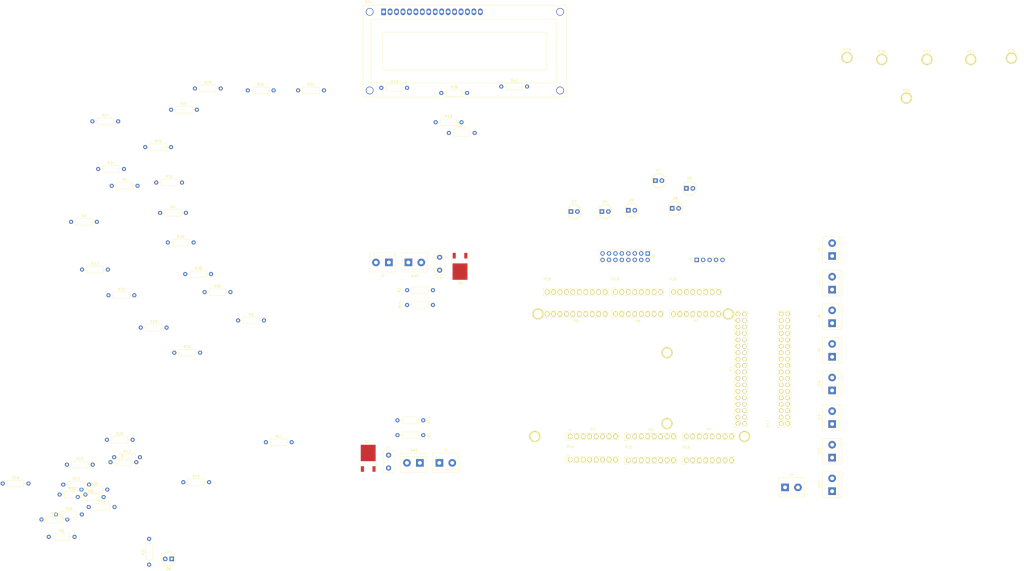
<source format=kicad_pcb>
(kicad_pcb (version 20171130) (host pcbnew 5.0.2-bee76a0~70~ubuntu18.04.1)
  (title_block (date "mar. 31 mars 2015"))
  (layers (0 F.Cu signal) (31 B.Cu signal) (34 B.Paste user) (35 F.Paste user) (36 B.SilkS user) (37 F.SilkS user) (38 B.Mask user) (39 F.Mask user) (44 Edge.Cuts user))
  (net 0 "")
  (net 1 GND)
  (net 2 "/52(SCK)")
  (net 3 "/53(SS)")
  (net 4 "/50(MISO)")
  (net 5 "/51(MOSI)")
  (net 6 /48)
  (net 7 /49)
  (net 8 /46)
  (net 9 /47)
  (net 10 /44)
  (net 11 /45)
  (net 12 /42)
  (net 13 /43)
  (net 14 /40)
  (net 15 /41)
  (net 16 /38)
  (net 17 /39)
  (net 18 /36)
  (net 19 /37)
  (net 20 /34)
  (net 21 /35)
  (net 22 /32)
  (net 23 /33)
  (net 24 /30)
  (net 25 /31)
  (net 26 /28)
  (net 27 /29)
  (net 28 /26)
  (net 29 /27)
  (net 30 /24)
  (net 31 /25)
  (net 32 /22)
  (net 33 /23)
  (net 34 +5V)
  (net 35 /IOREF)
  (net 36 /Reset)
  (net 37 /Vin)
  (net 38 /A0)
  (net 39 /A1)
  (net 40 /A2)
  (net 41 /A3)
  (net 42 /A4)
  (net 43 /A5)
  (net 44 /A6)
  (net 45 /A7)
  (net 46 /A8)
  (net 47 /A9)
  (net 48 /A10)
  (net 49 /A11)
  (net 50 /A12)
  (net 51 /A13)
  (net 52 /A14)
  (net 53 /A15)
  (net 54 /SCL)
  (net 55 /SDA)
  (net 56 /AREF)
  (net 57 "/13(**)")
  (net 58 "/12(**)")
  (net 59 "/11(**)")
  (net 60 "/10(**)")
  (net 61 "/9(**)")
  (net 62 "/8(**)")
  (net 63 "/7(**)")
  (net 64 "/6(**)")
  (net 65 "/5(**)")
  (net 66 "/4(**)")
  (net 67 "/3(**)")
  (net 68 "/2(**)")
  (net 69 "/20(SDA)")
  (net 70 "/21(SCL)")
  (net 71 "Net-(P8-Pad1)")
  (net 72 "Net-(P9-Pad1)")
  (net 73 "Net-(P10-Pad1)")
  (net 74 "Net-(P11-Pad1)")
  (net 75 "Net-(P12-Pad1)")
  (net 76 "Net-(P13-Pad1)")
  (net 77 "Net-(P2-Pad1)")
  (net 78 +3V3)
  (net 79 "/1(Tx0)")
  (net 80 "/0(Rx0)")
  (net 81 "/14(Tx3)")
  (net 82 "/15(Rx3)")
  (net 83 "/16(Tx2)")
  (net 84 "/17(Rx2)")
  (net 85 "/18(Tx1)")
  (net 86 "/19(Rx1)")
  (net 87 "Net-(D3-Pad2)")
  (net 88 "Net-(D4-Pad2)")
  (net 89 "Net-(D5-Pad2)")
  (net 90 "Net-(D6-Pad2)")
  (net 91 "Net-(D7-Pad2)")
  (net 92 "Net-(D8-Pad2)")
  (net 93 "Net-(D9-Pad2)")
  (net 94 "Net-(F1-Pad2)")
  (net 95 /VIN1)
  (net 96 /VIN2)
  (net 97 "Net-(F2-Pad2)")
  (net 98 "Net-(J1-Pad1)")
  (net 99 "Net-(J2-Pad1)")
  (net 100 /VESC1)
  (net 101 /VNUC)
  (net 102 /VESC2)
  (net 103 /VESC3)
  (net 104 /VESC4)
  (net 105 /VESC5)
  (net 106 /VESC6)
  (net 107 /VESC7)
  (net 108 /VESC8)
  (net 109 "Net-(P14-Pad1)")
  (net 110 "Net-(P21-Pad1)")
  (net 111 "Net-(P22-Pad1)")
  (net 112 "Net-(P23-Pad1)")
  (net 113 "Net-(P24-Pad1)")
  (net 114 "Net-(P25-Pad1)")
  (net 115 "Net-(P26-Pad1)")
  (net 116 /VBATT1)
  (net 117 "Net-(Q1-Pad1)")
  (net 118 "Net-(Q2-Pad1)")
  (net 119 /VBATT2)
  (net 120 "Net-(DS1-Pad3)")
  (net 121 "Net-(DS1-Pad15)")
  (net 122 "Net-(DS1-Pad10)")
  (net 123 "Net-(DS1-Pad9)")
  (net 124 "Net-(DS1-Pad8)")
  (net 125 "Net-(DS1-Pad7)")
  (module Socket_Arduino_Mega:Socket_Strip_Arduino_2x18 (layer F.Cu) (at 197.358 114.046 90)
    (fp_text reference P1 (at 21.59 -2.794 90) (layer F.SilkS))
    (fp_text value Digital)
    (pad 1 thru_hole circle (at 0 0 90) (size 1.7272 1.7272) (drill 1.016) (layers *.Cu *.Mask F.SilkS) (net 1 GND))
    (pad 2 thru_hole oval (at 0 2.54 90) (size 1.7272 1.7272) (drill 1.016) (layers *.Cu *.Mask F.SilkS) (net 1 GND))
    (pad 3 thru_hole oval (at 2.54 0 90) (size 1.7272 1.7272) (drill 1.016) (layers *.Cu *.Mask F.SilkS) (net 2 "/52(SCK)"))
    (pad 4 thru_hole oval (at 2.54 2.54 90) (size 1.7272 1.7272) (drill 1.016) (layers *.Cu *.Mask F.SilkS) (net 3 "/53(SS)"))
    (pad 5 thru_hole oval (at 5.08 0 90) (size 1.7272 1.7272) (drill 1.016) (layers *.Cu *.Mask F.SilkS) (net 4 "/50(MISO)"))
    (pad 6 thru_hole oval (at 5.08 2.54 90) (size 1.7272 1.7272) (drill 1.016) (layers *.Cu *.Mask F.SilkS) (net 5 "/51(MOSI)"))
    (pad 7 thru_hole oval (at 7.62 0 90) (size 1.7272 1.7272) (drill 1.016) (layers *.Cu *.Mask F.SilkS) (net 6 /48))
    (pad 8 thru_hole oval (at 7.62 2.54 90) (size 1.7272 1.7272) (drill 1.016) (layers *.Cu *.Mask F.SilkS) (net 7 /49))
    (pad 9 thru_hole oval (at 10.16 0 90) (size 1.7272 1.7272) (drill 1.016) (layers *.Cu *.Mask F.SilkS) (net 8 /46))
    (pad 10 thru_hole oval (at 10.16 2.54 90) (size 1.7272 1.7272) (drill 1.016) (layers *.Cu *.Mask F.SilkS) (net 9 /47))
    (pad 11 thru_hole oval (at 12.7 0 90) (size 1.7272 1.7272) (drill 1.016) (layers *.Cu *.Mask F.SilkS) (net 10 /44))
    (pad 12 thru_hole oval (at 12.7 2.54 90) (size 1.7272 1.7272) (drill 1.016) (layers *.Cu *.Mask F.SilkS) (net 11 /45))
    (pad 13 thru_hole oval (at 15.24 0 90) (size 1.7272 1.7272) (drill 1.016) (layers *.Cu *.Mask F.SilkS) (net 12 /42))
    (pad 14 thru_hole oval (at 15.24 2.54 90) (size 1.7272 1.7272) (drill 1.016) (layers *.Cu *.Mask F.SilkS) (net 13 /43))
    (pad 15 thru_hole oval (at 17.78 0 90) (size 1.7272 1.7272) (drill 1.016) (layers *.Cu *.Mask F.SilkS) (net 14 /40))
    (pad 16 thru_hole oval (at 17.78 2.54 90) (size 1.7272 1.7272) (drill 1.016) (layers *.Cu *.Mask F.SilkS) (net 15 /41))
    (pad 17 thru_hole oval (at 20.32 0 90) (size 1.7272 1.7272) (drill 1.016) (layers *.Cu *.Mask F.SilkS) (net 16 /38))
    (pad 18 thru_hole oval (at 20.32 2.54 90) (size 1.7272 1.7272) (drill 1.016) (layers *.Cu *.Mask F.SilkS) (net 17 /39))
    (pad 19 thru_hole oval (at 22.86 0 90) (size 1.7272 1.7272) (drill 1.016) (layers *.Cu *.Mask F.SilkS) (net 18 /36))
    (pad 20 thru_hole oval (at 22.86 2.54 90) (size 1.7272 1.7272) (drill 1.016) (layers *.Cu *.Mask F.SilkS) (net 19 /37))
    (pad 21 thru_hole oval (at 25.4 0 90) (size 1.7272 1.7272) (drill 1.016) (layers *.Cu *.Mask F.SilkS) (net 20 /34))
    (pad 22 thru_hole oval (at 25.4 2.54 90) (size 1.7272 1.7272) (drill 1.016) (layers *.Cu *.Mask F.SilkS) (net 21 /35))
    (pad 23 thru_hole oval (at 27.94 0 90) (size 1.7272 1.7272) (drill 1.016) (layers *.Cu *.Mask F.SilkS) (net 22 /32))
    (pad 24 thru_hole oval (at 27.94 2.54 90) (size 1.7272 1.7272) (drill 1.016) (layers *.Cu *.Mask F.SilkS) (net 23 /33))
    (pad 25 thru_hole oval (at 30.48 0 90) (size 1.7272 1.7272) (drill 1.016) (layers *.Cu *.Mask F.SilkS) (net 24 /30))
    (pad 26 thru_hole oval (at 30.48 2.54 90) (size 1.7272 1.7272) (drill 1.016) (layers *.Cu *.Mask F.SilkS) (net 25 /31))
    (pad 27 thru_hole oval (at 33.02 0 90) (size 1.7272 1.7272) (drill 1.016) (layers *.Cu *.Mask F.SilkS) (net 26 /28))
    (pad 28 thru_hole oval (at 33.02 2.54 90) (size 1.7272 1.7272) (drill 1.016) (layers *.Cu *.Mask F.SilkS) (net 27 /29))
    (pad 29 thru_hole oval (at 35.56 0 90) (size 1.7272 1.7272) (drill 1.016) (layers *.Cu *.Mask F.SilkS) (net 28 /26))
    (pad 30 thru_hole oval (at 35.56 2.54 90) (size 1.7272 1.7272) (drill 1.016) (layers *.Cu *.Mask F.SilkS) (net 29 /27))
    (pad 31 thru_hole oval (at 38.1 0 90) (size 1.7272 1.7272) (drill 1.016) (layers *.Cu *.Mask F.SilkS) (net 30 /24))
    (pad 32 thru_hole oval (at 38.1 2.54 90) (size 1.7272 1.7272) (drill 1.016) (layers *.Cu *.Mask F.SilkS) (net 31 /25))
    (pad 33 thru_hole oval (at 40.64 0 90) (size 1.7272 1.7272) (drill 1.016) (layers *.Cu *.Mask F.SilkS) (net 32 /22))
    (pad 34 thru_hole oval (at 40.64 2.54 90) (size 1.7272 1.7272) (drill 1.016) (layers *.Cu *.Mask F.SilkS) (net 33 /23))
    (pad 35 thru_hole oval (at 43.18 0 90) (size 1.7272 1.7272) (drill 1.016) (layers *.Cu *.Mask F.SilkS) (net 34 +5V))
    (pad 36 thru_hole oval (at 43.18 2.54 90) (size 1.7272 1.7272) (drill 1.016) (layers *.Cu *.Mask F.SilkS) (net 34 +5V))
  )
  (module Socket_Arduino_Mega:Socket_Strip_Arduino_1x08 (layer F.Cu) (at 131.318 119.126)
    (fp_text reference P2 (at 8.89 -2.794) (layer F.SilkS))
    (fp_text value Power)
    (pad 1 thru_hole oval (at 0 0) (size 1.7272 2.032) (drill 1.016) (layers *.Cu *.Mask F.SilkS) (net 77 "Net-(P2-Pad1)"))
    (pad 2 thru_hole oval (at 2.54 0) (size 1.7272 2.032) (drill 1.016) (layers *.Cu *.Mask F.SilkS) (net 35 /IOREF))
    (pad 3 thru_hole oval (at 5.08 0) (size 1.7272 2.032) (drill 1.016) (layers *.Cu *.Mask F.SilkS) (net 36 /Reset))
    (pad 4 thru_hole oval (at 7.62 0) (size 1.7272 2.032) (drill 1.016) (layers *.Cu *.Mask F.SilkS) (net 78 +3V3))
    (pad 5 thru_hole oval (at 10.16 0) (size 1.7272 2.032) (drill 1.016) (layers *.Cu *.Mask F.SilkS) (net 34 +5V))
    (pad 6 thru_hole oval (at 12.7 0) (size 1.7272 2.032) (drill 1.016) (layers *.Cu *.Mask F.SilkS) (net 1 GND))
    (pad 7 thru_hole oval (at 15.24 0) (size 1.7272 2.032) (drill 1.016) (layers *.Cu *.Mask F.SilkS) (net 1 GND))
    (pad 8 thru_hole oval (at 17.78 0) (size 1.7272 2.032) (drill 1.016) (layers *.Cu *.Mask F.SilkS) (net 37 /Vin))
  )
  (module Socket_Arduino_Mega:Socket_Strip_Arduino_1x08 (layer F.Cu) (at 154.178 119.126)
    (fp_text reference P3 (at 8.89 -2.54) (layer F.SilkS))
    (fp_text value Analog)
    (pad 1 thru_hole oval (at 0 0) (size 1.7272 2.032) (drill 1.016) (layers *.Cu *.Mask F.SilkS) (net 38 /A0))
    (pad 2 thru_hole oval (at 2.54 0) (size 1.7272 2.032) (drill 1.016) (layers *.Cu *.Mask F.SilkS) (net 39 /A1))
    (pad 3 thru_hole oval (at 5.08 0) (size 1.7272 2.032) (drill 1.016) (layers *.Cu *.Mask F.SilkS) (net 40 /A2))
    (pad 4 thru_hole oval (at 7.62 0) (size 1.7272 2.032) (drill 1.016) (layers *.Cu *.Mask F.SilkS) (net 41 /A3))
    (pad 5 thru_hole oval (at 10.16 0) (size 1.7272 2.032) (drill 1.016) (layers *.Cu *.Mask F.SilkS) (net 42 /A4))
    (pad 6 thru_hole oval (at 12.7 0) (size 1.7272 2.032) (drill 1.016) (layers *.Cu *.Mask F.SilkS) (net 43 /A5))
    (pad 7 thru_hole oval (at 15.24 0) (size 1.7272 2.032) (drill 1.016) (layers *.Cu *.Mask F.SilkS) (net 44 /A6))
    (pad 8 thru_hole oval (at 17.78 0) (size 1.7272 2.032) (drill 1.016) (layers *.Cu *.Mask F.SilkS) (net 45 /A7))
  )
  (module Socket_Arduino_Mega:Socket_Strip_Arduino_1x08 (layer F.Cu) (at 177.038 119.126)
    (fp_text reference P4 (at 8.89 -2.794) (layer F.SilkS))
    (fp_text value Analog)
    (pad 1 thru_hole oval (at 0 0) (size 1.7272 2.032) (drill 1.016) (layers *.Cu *.Mask F.SilkS) (net 46 /A8))
    (pad 2 thru_hole oval (at 2.54 0) (size 1.7272 2.032) (drill 1.016) (layers *.Cu *.Mask F.SilkS) (net 47 /A9))
    (pad 3 thru_hole oval (at 5.08 0) (size 1.7272 2.032) (drill 1.016) (layers *.Cu *.Mask F.SilkS) (net 48 /A10))
    (pad 4 thru_hole oval (at 7.62 0) (size 1.7272 2.032) (drill 1.016) (layers *.Cu *.Mask F.SilkS) (net 49 /A11))
    (pad 5 thru_hole oval (at 10.16 0) (size 1.7272 2.032) (drill 1.016) (layers *.Cu *.Mask F.SilkS) (net 50 /A12))
    (pad 6 thru_hole oval (at 12.7 0) (size 1.7272 2.032) (drill 1.016) (layers *.Cu *.Mask F.SilkS) (net 51 /A13))
    (pad 7 thru_hole oval (at 15.24 0) (size 1.7272 2.032) (drill 1.016) (layers *.Cu *.Mask F.SilkS) (net 52 /A14))
    (pad 8 thru_hole oval (at 17.78 0) (size 1.7272 2.032) (drill 1.016) (layers *.Cu *.Mask F.SilkS) (net 53 /A15))
  )
  (module Socket_Arduino_Mega:Socket_Strip_Arduino_1x10 (layer F.Cu) (at 122.174 70.866)
    (fp_text reference P5 (at 11.43 2.794) (layer F.SilkS))
    (fp_text value PWM)
    (pad 1 thru_hole oval (at 0 0) (size 1.7272 2.032) (drill 1.016) (layers *.Cu *.Mask F.SilkS) (net 54 /SCL))
    (pad 2 thru_hole oval (at 2.54 0) (size 1.7272 2.032) (drill 1.016) (layers *.Cu *.Mask F.SilkS) (net 55 /SDA))
    (pad 3 thru_hole oval (at 5.08 0) (size 1.7272 2.032) (drill 1.016) (layers *.Cu *.Mask F.SilkS) (net 56 /AREF))
    (pad 4 thru_hole oval (at 7.62 0) (size 1.7272 2.032) (drill 1.016) (layers *.Cu *.Mask F.SilkS) (net 1 GND))
    (pad 5 thru_hole oval (at 10.16 0) (size 1.7272 2.032) (drill 1.016) (layers *.Cu *.Mask F.SilkS) (net 57 "/13(**)"))
    (pad 6 thru_hole oval (at 12.7 0) (size 1.7272 2.032) (drill 1.016) (layers *.Cu *.Mask F.SilkS) (net 58 "/12(**)"))
    (pad 7 thru_hole oval (at 15.24 0) (size 1.7272 2.032) (drill 1.016) (layers *.Cu *.Mask F.SilkS) (net 59 "/11(**)"))
    (pad 8 thru_hole oval (at 17.78 0) (size 1.7272 2.032) (drill 1.016) (layers *.Cu *.Mask F.SilkS) (net 60 "/10(**)"))
    (pad 9 thru_hole oval (at 20.32 0) (size 1.7272 2.032) (drill 1.016) (layers *.Cu *.Mask F.SilkS) (net 61 "/9(**)"))
    (pad 10 thru_hole oval (at 22.86 0) (size 1.7272 2.032) (drill 1.016) (layers *.Cu *.Mask F.SilkS) (net 62 "/8(**)"))
  )
  (module Socket_Arduino_Mega:Socket_Strip_Arduino_1x08 (layer F.Cu) (at 149.098 70.866)
    (fp_text reference P6 (at 8.89 2.794) (layer F.SilkS))
    (fp_text value PWM)
    (pad 1 thru_hole oval (at 0 0) (size 1.7272 2.032) (drill 1.016) (layers *.Cu *.Mask F.SilkS) (net 63 "/7(**)"))
    (pad 2 thru_hole oval (at 2.54 0) (size 1.7272 2.032) (drill 1.016) (layers *.Cu *.Mask F.SilkS) (net 64 "/6(**)"))
    (pad 3 thru_hole oval (at 5.08 0) (size 1.7272 2.032) (drill 1.016) (layers *.Cu *.Mask F.SilkS) (net 65 "/5(**)"))
    (pad 4 thru_hole oval (at 7.62 0) (size 1.7272 2.032) (drill 1.016) (layers *.Cu *.Mask F.SilkS) (net 66 "/4(**)"))
    (pad 5 thru_hole oval (at 10.16 0) (size 1.7272 2.032) (drill 1.016) (layers *.Cu *.Mask F.SilkS) (net 67 "/3(**)"))
    (pad 6 thru_hole oval (at 12.7 0) (size 1.7272 2.032) (drill 1.016) (layers *.Cu *.Mask F.SilkS) (net 68 "/2(**)"))
    (pad 7 thru_hole oval (at 15.24 0) (size 1.7272 2.032) (drill 1.016) (layers *.Cu *.Mask F.SilkS) (net 79 "/1(Tx0)"))
    (pad 8 thru_hole oval (at 17.78 0) (size 1.7272 2.032) (drill 1.016) (layers *.Cu *.Mask F.SilkS) (net 80 "/0(Rx0)"))
  )
  (module Socket_Arduino_Mega:Socket_Strip_Arduino_1x08 (layer F.Cu) (at 171.958 70.866)
    (fp_text reference P7 (at 8.89 2.794) (layer F.SilkS))
    (fp_text value Communication)
    (pad 1 thru_hole oval (at 0 0) (size 1.7272 2.032) (drill 1.016) (layers *.Cu *.Mask F.SilkS) (net 81 "/14(Tx3)"))
    (pad 2 thru_hole oval (at 2.54 0) (size 1.7272 2.032) (drill 1.016) (layers *.Cu *.Mask F.SilkS) (net 82 "/15(Rx3)"))
    (pad 3 thru_hole oval (at 5.08 0) (size 1.7272 2.032) (drill 1.016) (layers *.Cu *.Mask F.SilkS) (net 83 "/16(Tx2)"))
    (pad 4 thru_hole oval (at 7.62 0) (size 1.7272 2.032) (drill 1.016) (layers *.Cu *.Mask F.SilkS) (net 84 "/17(Rx2)"))
    (pad 5 thru_hole oval (at 10.16 0) (size 1.7272 2.032) (drill 1.016) (layers *.Cu *.Mask F.SilkS) (net 85 "/18(Tx1)"))
    (pad 6 thru_hole oval (at 12.7 0) (size 1.7272 2.032) (drill 1.016) (layers *.Cu *.Mask F.SilkS) (net 86 "/19(Rx1)"))
    (pad 7 thru_hole oval (at 15.24 0) (size 1.7272 2.032) (drill 1.016) (layers *.Cu *.Mask F.SilkS) (net 69 "/20(SDA)"))
    (pad 8 thru_hole oval (at 17.78 0) (size 1.7272 2.032) (drill 1.016) (layers *.Cu *.Mask F.SilkS) (net 70 "/21(SCL)"))
  )
  (module Socket_Arduino_Mega:Arduino_1pin (layer F.Cu) (at 117.348 119.126)
    (fp_text reference P8 hide)
    (fp_text value CONN_01X01 hide)
    (pad 1 thru_hole circle (at 0 0) (size 4.064 4.064) (drill 3.048) (layers *.Cu *.Mask F.SilkS) (net 71 "Net-(P8-Pad1)"))
  )
  (module Socket_Arduino_Mega:Arduino_1pin (layer F.Cu) (at 169.418 114.046)
    (fp_text reference P9 hide)
    (fp_text value CONN_01X01 hide)
    (pad 1 thru_hole circle (at 0 0) (size 4.064 4.064) (drill 3.048) (layers *.Cu *.Mask F.SilkS) (net 72 "Net-(P9-Pad1)"))
  )
  (module Socket_Arduino_Mega:Arduino_1pin (layer F.Cu) (at 199.898 119.126)
    (fp_text reference P10 hide)
    (fp_text value CONN_01X01 hide)
    (pad 1 thru_hole circle (at 0 0) (size 4.064 4.064) (drill 3.048) (layers *.Cu *.Mask F.SilkS) (net 73 "Net-(P10-Pad1)"))
  )
  (module Socket_Arduino_Mega:Arduino_1pin (layer F.Cu) (at 118.618 70.866)
    (fp_text reference P11 hide)
    (fp_text value CONN_01X01 hide)
    (pad 1 thru_hole circle (at 0 0) (size 4.064 4.064) (drill 3.048) (layers *.Cu *.Mask F.SilkS) (net 74 "Net-(P11-Pad1)"))
  )
  (module Socket_Arduino_Mega:Arduino_1pin (layer F.Cu) (at 169.418 86.106)
    (fp_text reference P12 hide)
    (fp_text value CONN_01X01 hide)
    (pad 1 thru_hole circle (at 0 0) (size 4.064 4.064) (drill 3.048) (layers *.Cu *.Mask F.SilkS) (net 75 "Net-(P12-Pad1)"))
  )
  (module Socket_Arduino_Mega:Arduino_1pin (layer F.Cu) (at 193.548 70.866)
    (fp_text reference P13 hide)
    (fp_text value CONN_01X01 hide)
    (pad 1 thru_hole circle (at 0 0) (size 4.064 4.064) (drill 3.048) (layers *.Cu *.Mask F.SilkS) (net 76 "Net-(P13-Pad1)"))
  )
  (module LEDs:LED_D5.0mm (layer F.Cu) (at 131.572 30.48)
    (fp_text reference D3 (at 1.27 -3.96) (layer F.SilkS))
    (fp_text value LED)
    (pad 2 thru_hole circle (at 2.54 0) (size 1.8 1.8) (drill 0.9) (layers *.Cu *.Mask) (net 87 "Net-(D3-Pad2)"))
    (pad 1 thru_hole rect (at 0 0) (size 1.8 1.8) (drill 0.9) (layers *.Cu *.Mask) (net 1 GND))
  )
  (module LEDs:LED_D5.0mm (layer F.Cu) (at 143.764 30.48)
    (fp_text reference D4 (at 1.27 -3.96) (layer F.SilkS))
    (fp_text value LED)
    (pad 1 thru_hole rect (at 0 0) (size 1.8 1.8) (drill 0.9) (layers *.Cu *.Mask) (net 1 GND))
    (pad 2 thru_hole circle (at 2.54 0) (size 1.8 1.8) (drill 0.9) (layers *.Cu *.Mask) (net 88 "Net-(D4-Pad2)"))
  )
  (module LEDs:LED_D5.0mm (layer F.Cu) (at 177.038 21.336)
    (fp_text reference D5 (at 1.27 -3.96) (layer F.SilkS))
    (fp_text value LED)
    (pad 2 thru_hole circle (at 2.54 0) (size 1.8 1.8) (drill 0.9) (layers *.Cu *.Mask) (net 89 "Net-(D5-Pad2)"))
    (pad 1 thru_hole rect (at 0 0) (size 1.8 1.8) (drill 0.9) (layers *.Cu *.Mask) (net 1 GND))
  )
  (module LEDs:LED_D5.0mm (layer F.Cu) (at -25.654 167.386 180)
    (fp_text reference D6 (at 1.27 -3.96 180) (layer F.SilkS))
    (fp_text value LED)
    (pad 1 thru_hole rect (at 0 0 180) (size 1.8 1.8) (drill 0.9) (layers *.Cu *.Mask) (net 1 GND))
    (pad 2 thru_hole circle (at 2.54 0 180) (size 1.8 1.8) (drill 0.9) (layers *.Cu *.Mask) (net 90 "Net-(D6-Pad2)"))
  )
  (module LEDs:LED_D5.0mm (layer F.Cu) (at 164.846 18.288)
    (fp_text reference D7 (at 1.27 -3.96) (layer F.SilkS))
    (fp_text value LED)
    (pad 2 thru_hole circle (at 2.54 0) (size 1.8 1.8) (drill 0.9) (layers *.Cu *.Mask) (net 91 "Net-(D7-Pad2)"))
    (pad 1 thru_hole rect (at 0 0) (size 1.8 1.8) (drill 0.9) (layers *.Cu *.Mask) (net 1 GND))
  )
  (module LEDs:LED_D5.0mm (layer F.Cu) (at 171.45 29.21)
    (fp_text reference D8 (at 1.27 -3.96) (layer F.SilkS))
    (fp_text value LED)
    (pad 1 thru_hole rect (at 0 0) (size 1.8 1.8) (drill 0.9) (layers *.Cu *.Mask) (net 1 GND))
    (pad 2 thru_hole circle (at 2.54 0) (size 1.8 1.8) (drill 0.9) (layers *.Cu *.Mask) (net 92 "Net-(D8-Pad2)"))
  )
  (module LEDs:LED_D5.0mm (layer F.Cu) (at 154.178 29.972)
    (fp_text reference D9 (at 1.27 -3.96) (layer F.SilkS))
    (fp_text value LED)
    (pad 2 thru_hole circle (at 2.54 0) (size 1.8 1.8) (drill 0.9) (layers *.Cu *.Mask) (net 93 "Net-(D9-Pad2)"))
    (pad 1 thru_hole rect (at 0 0) (size 1.8 1.8) (drill 0.9) (layers *.Cu *.Mask) (net 1 GND))
  )
  (module Fuse_Holders_and_Fuses:Fuse_TE5_Littlefuse-395Series (layer F.Cu) (at 59.75714 126.492 270)
    (fp_text reference F1 (at -2.794 0) (layer F.SilkS))
    (fp_text value "30A Polyfuse")
    (pad 2 thru_hole circle (at 5.08 0.01 270) (size 2 2) (drill 1) (layers *.Cu *.Mask) (net 94 "Net-(F1-Pad2)"))
    (pad 1 thru_hole circle (at 0 0 270) (size 2 2) (drill 1) (layers *.Cu *.Mask) (net 95 /VIN1))
  )
  (module Fuse_Holders_and_Fuses:Fuse_TE5_Littlefuse-395Series (layer F.Cu) (at 79.864572 53.594 90)
    (fp_text reference F2 (at -3.048 0 180) (layer F.SilkS))
    (fp_text value "4A Polyfuse")
    (pad 1 thru_hole circle (at 0 0 90) (size 2 2) (drill 1) (layers *.Cu *.Mask) (net 96 /VIN2))
    (pad 2 thru_hole circle (at 5.08 0.01 90) (size 2 2) (drill 1) (layers *.Cu *.Mask) (net 97 "Net-(F2-Pad2)"))
  )
  (module Connectors_Terminal_Blocks:TerminalBlock_bornier-2_P5.08mm (layer F.Cu) (at 79.756 129.54)
    (fp_text reference J1 (at 2.54 -5.08) (layer F.SilkS))
    (fp_text value Conn_01x02)
    (pad 1 thru_hole rect (at 0 0) (size 3 3) (drill 1.52) (layers *.Cu *.Mask) (net 98 "Net-(J1-Pad1)"))
    (pad 2 thru_hole circle (at 5.08 0) (size 3 3) (drill 1.52) (layers *.Cu *.Mask) (net 1 GND))
  )
  (module Connectors_Terminal_Blocks:TerminalBlock_bornier-2_P5.08mm (layer F.Cu) (at 59.865716 50.546 180)
    (fp_text reference J2 (at 2.54 -5.08 180) (layer F.SilkS))
    (fp_text value Conn_01x02)
    (pad 1 thru_hole rect (at 0 0 180) (size 3 3) (drill 1.52) (layers *.Cu *.Mask) (net 99 "Net-(J2-Pad1)"))
    (pad 2 thru_hole circle (at 5.08 0 180) (size 3 3) (drill 1.52) (layers *.Cu *.Mask) (net 1 GND))
  )
  (module Connectors_Terminal_Blocks:TerminalBlock_bornier-2_P5.08mm (layer F.Cu) (at 234.442 48.006 90)
    (fp_text reference J3 (at 2.54 -5.08 90) (layer F.SilkS))
    (fp_text value Conn_01x02)
    (pad 2 thru_hole circle (at 5.08 0 90) (size 3 3) (drill 1.52) (layers *.Cu *.Mask) (net 1 GND))
    (pad 1 thru_hole rect (at 0 0 90) (size 3 3) (drill 1.52) (layers *.Cu *.Mask) (net 100 /VESC1))
  )
  (module Connectors_Terminal_Blocks:TerminalBlock_bornier-2_P5.08mm (layer F.Cu) (at 215.9 139.192)
    (fp_text reference J4 (at 2.54 -5.08) (layer F.SilkS))
    (fp_text value Conn_01x02)
    (pad 2 thru_hole circle (at 5.08 0) (size 3 3) (drill 1.52) (layers *.Cu *.Mask) (net 1 GND))
    (pad 1 thru_hole rect (at 0 0) (size 3 3) (drill 1.52) (layers *.Cu *.Mask) (net 101 /VNUC))
  )
  (module Pin_Headers:Pin_Header_Straight_1x05_Pitch2.54mm (layer F.Cu) (at 181.102 49.53 90)
    (fp_text reference J5 (at 0 -2.33 90) (layer F.SilkS))
    (fp_text value Conn_01x05)
    (pad 5 thru_hole oval (at 0 10.16 90) (size 1.7 1.7) (drill 1) (layers *.Cu *.Mask) (net 1 GND))
    (pad 4 thru_hole oval (at 0 7.62 90) (size 1.7 1.7) (drill 1) (layers *.Cu *.Mask) (net 70 "/21(SCL)"))
    (pad 3 thru_hole oval (at 0 5.08 90) (size 1.7 1.7) (drill 1) (layers *.Cu *.Mask) (net 69 "/20(SDA)"))
    (pad 2 thru_hole oval (at 0 2.54 90) (size 1.7 1.7) (drill 1) (layers *.Cu *.Mask) (net 78 +3V3))
    (pad 1 thru_hole rect (at 0 0 90) (size 1.7 1.7) (drill 1) (layers *.Cu *.Mask) (net 34 +5V))
  )
  (module Pin_Headers:Pin_Header_Straight_2x08_Pitch2.54mm (layer F.Cu) (at 161.798 46.99 270)
    (fp_text reference J6 (at 1.27 -2.33 270) (layer F.SilkS))
    (fp_text value Conn_02x08_Odd_Even)
    (pad 16 thru_hole oval (at 2.54 17.78 270) (size 1.7 1.7) (drill 1) (layers *.Cu *.Mask) (net 1 GND))
    (pad 15 thru_hole oval (at 0 17.78 270) (size 1.7 1.7) (drill 1) (layers *.Cu *.Mask) (net 61 "/9(**)"))
    (pad 14 thru_hole oval (at 2.54 15.24 270) (size 1.7 1.7) (drill 1) (layers *.Cu *.Mask) (net 1 GND))
    (pad 13 thru_hole oval (at 0 15.24 270) (size 1.7 1.7) (drill 1) (layers *.Cu *.Mask) (net 62 "/8(**)"))
    (pad 12 thru_hole oval (at 2.54 12.7 270) (size 1.7 1.7) (drill 1) (layers *.Cu *.Mask) (net 1 GND))
    (pad 11 thru_hole oval (at 0 12.7 270) (size 1.7 1.7) (drill 1) (layers *.Cu *.Mask) (net 63 "/7(**)"))
    (pad 10 thru_hole oval (at 2.54 10.16 270) (size 1.7 1.7) (drill 1) (layers *.Cu *.Mask) (net 1 GND))
    (pad 9 thru_hole oval (at 0 10.16 270) (size 1.7 1.7) (drill 1) (layers *.Cu *.Mask) (net 64 "/6(**)"))
    (pad 8 thru_hole oval (at 2.54 7.62 270) (size 1.7 1.7) (drill 1) (layers *.Cu *.Mask) (net 1 GND))
    (pad 7 thru_hole oval (at 0 7.62 270) (size 1.7 1.7) (drill 1) (layers *.Cu *.Mask) (net 65 "/5(**)"))
    (pad 6 thru_hole oval (at 2.54 5.08 270) (size 1.7 1.7) (drill 1) (layers *.Cu *.Mask) (net 1 GND))
    (pad 5 thru_hole oval (at 0 5.08 270) (size 1.7 1.7) (drill 1) (layers *.Cu *.Mask) (net 66 "/4(**)"))
    (pad 4 thru_hole oval (at 2.54 2.54 270) (size 1.7 1.7) (drill 1) (layers *.Cu *.Mask) (net 1 GND))
    (pad 3 thru_hole oval (at 0 2.54 270) (size 1.7 1.7) (drill 1) (layers *.Cu *.Mask) (net 67 "/3(**)"))
    (pad 2 thru_hole oval (at 2.54 0 270) (size 1.7 1.7) (drill 1) (layers *.Cu *.Mask) (net 1 GND))
    (pad 1 thru_hole rect (at 0 0 270) (size 1.7 1.7) (drill 1) (layers *.Cu *.Mask) (net 68 "/2(**)"))
  )
  (module Connectors_Terminal_Blocks:TerminalBlock_bornier-2_P5.08mm (layer F.Cu) (at 234.442 61.250285 90)
    (fp_text reference J7 (at 2.54 -5.08 90) (layer F.SilkS))
    (fp_text value Conn_01x02)
    (pad 1 thru_hole rect (at 0 0 90) (size 3 3) (drill 1.52) (layers *.Cu *.Mask) (net 102 /VESC2))
    (pad 2 thru_hole circle (at 5.08 0 90) (size 3 3) (drill 1.52) (layers *.Cu *.Mask) (net 1 GND))
  )
  (module Connectors_Terminal_Blocks:TerminalBlock_bornier-2_P5.08mm (layer F.Cu) (at 234.442 74.49457 90)
    (fp_text reference J8 (at 2.54 -5.08 90) (layer F.SilkS))
    (fp_text value Conn_01x02)
    (pad 2 thru_hole circle (at 5.08 0 90) (size 3 3) (drill 1.52) (layers *.Cu *.Mask) (net 1 GND))
    (pad 1 thru_hole rect (at 0 0 90) (size 3 3) (drill 1.52) (layers *.Cu *.Mask) (net 103 /VESC3))
  )
  (module Connectors_Terminal_Blocks:TerminalBlock_bornier-2_P5.08mm (layer F.Cu) (at 234.442 87.738855 90)
    (fp_text reference J9 (at 2.54 -5.08 90) (layer F.SilkS))
    (fp_text value Conn_01x02)
    (pad 1 thru_hole rect (at 0 0 90) (size 3 3) (drill 1.52) (layers *.Cu *.Mask) (net 104 /VESC4))
    (pad 2 thru_hole circle (at 5.08 0 90) (size 3 3) (drill 1.52) (layers *.Cu *.Mask) (net 1 GND))
  )
  (module Connectors_Terminal_Blocks:TerminalBlock_bornier-2_P5.08mm (layer F.Cu) (at 234.442 100.98314 90)
    (fp_text reference J10 (at 2.54 -5.08 90) (layer F.SilkS))
    (fp_text value Conn_01x02)
    (pad 2 thru_hole circle (at 5.08 0 90) (size 3 3) (drill 1.52) (layers *.Cu *.Mask) (net 1 GND))
    (pad 1 thru_hole rect (at 0 0 90) (size 3 3) (drill 1.52) (layers *.Cu *.Mask) (net 105 /VESC5))
  )
  (module Connectors_Terminal_Blocks:TerminalBlock_bornier-2_P5.08mm (layer F.Cu) (at 234.442 114.227425 90)
    (fp_text reference J11 (at 2.54 -5.08 90) (layer F.SilkS))
    (fp_text value Conn_01x02)
    (pad 2 thru_hole circle (at 5.08 0 90) (size 3 3) (drill 1.52) (layers *.Cu *.Mask) (net 1 GND))
    (pad 1 thru_hole rect (at 0 0 90) (size 3 3) (drill 1.52) (layers *.Cu *.Mask) (net 106 /VESC6))
  )
  (module Connectors_Terminal_Blocks:TerminalBlock_bornier-2_P5.08mm (layer F.Cu) (at 234.442 127.47171 90)
    (fp_text reference J12 (at 2.54 -5.08 90) (layer F.SilkS))
    (fp_text value Conn_01x02)
    (pad 1 thru_hole rect (at 0 0 90) (size 3 3) (drill 1.52) (layers *.Cu *.Mask) (net 107 /VESC7))
    (pad 2 thru_hole circle (at 5.08 0 90) (size 3 3) (drill 1.52) (layers *.Cu *.Mask) (net 1 GND))
  )
  (module Connectors_Terminal_Blocks:TerminalBlock_bornier-2_P5.08mm (layer F.Cu) (at 234.442 140.716 90)
    (fp_text reference J13 (at 2.54 -5.08 90) (layer F.SilkS))
    (fp_text value Conn_01x02)
    (pad 2 thru_hole circle (at 5.08 0 90) (size 3 3) (drill 1.52) (layers *.Cu *.Mask) (net 1 GND))
    (pad 1 thru_hole rect (at 0 0 90) (size 3 3) (drill 1.52) (layers *.Cu *.Mask) (net 108 /VESC8))
  )
  (module Socket_Arduino_Mega:Socket_Strip_Arduino_1x08 (layer F.Cu) (at 131.318 128.27)
    (fp_text reference P14 (at 0 -5.1) (layer F.SilkS))
    (fp_text value Power)
    (pad 1 thru_hole oval (at 0 0) (size 1.7272 2.032) (drill 1.016) (layers *.Cu *.Mask F.SilkS) (net 109 "Net-(P14-Pad1)"))
    (pad 2 thru_hole oval (at 2.54 0) (size 1.7272 2.032) (drill 1.016) (layers *.Cu *.Mask F.SilkS) (net 35 /IOREF))
    (pad 3 thru_hole oval (at 5.08 0) (size 1.7272 2.032) (drill 1.016) (layers *.Cu *.Mask F.SilkS) (net 36 /Reset))
    (pad 4 thru_hole oval (at 7.62 0) (size 1.7272 2.032) (drill 1.016) (layers *.Cu *.Mask F.SilkS) (net 78 +3V3))
    (pad 5 thru_hole oval (at 10.16 0) (size 1.7272 2.032) (drill 1.016) (layers *.Cu *.Mask F.SilkS) (net 34 +5V))
    (pad 6 thru_hole oval (at 12.7 0) (size 1.7272 2.032) (drill 1.016) (layers *.Cu *.Mask F.SilkS) (net 1 GND))
    (pad 7 thru_hole oval (at 15.24 0) (size 1.7272 2.032) (drill 1.016) (layers *.Cu *.Mask F.SilkS) (net 1 GND))
    (pad 8 thru_hole oval (at 17.78 0) (size 1.7272 2.032) (drill 1.016) (layers *.Cu *.Mask F.SilkS) (net 37 /Vin))
  )
  (module Socket_Arduino_Mega:Socket_Strip_Arduino_1x08 (layer F.Cu) (at 154.178 128.524)
    (fp_text reference P15 (at 0 -5.1) (layer F.SilkS))
    (fp_text value Analog)
    (pad 8 thru_hole oval (at 17.78 0) (size 1.7272 2.032) (drill 1.016) (layers *.Cu *.Mask F.SilkS) (net 45 /A7))
    (pad 7 thru_hole oval (at 15.24 0) (size 1.7272 2.032) (drill 1.016) (layers *.Cu *.Mask F.SilkS) (net 44 /A6))
    (pad 6 thru_hole oval (at 12.7 0) (size 1.7272 2.032) (drill 1.016) (layers *.Cu *.Mask F.SilkS) (net 43 /A5))
    (pad 5 thru_hole oval (at 10.16 0) (size 1.7272 2.032) (drill 1.016) (layers *.Cu *.Mask F.SilkS) (net 42 /A4))
    (pad 4 thru_hole oval (at 7.62 0) (size 1.7272 2.032) (drill 1.016) (layers *.Cu *.Mask F.SilkS) (net 41 /A3))
    (pad 3 thru_hole oval (at 5.08 0) (size 1.7272 2.032) (drill 1.016) (layers *.Cu *.Mask F.SilkS) (net 40 /A2))
    (pad 2 thru_hole oval (at 2.54 0) (size 1.7272 2.032) (drill 1.016) (layers *.Cu *.Mask F.SilkS) (net 39 /A1))
    (pad 1 thru_hole oval (at 0 0) (size 1.7272 2.032) (drill 1.016) (layers *.Cu *.Mask F.SilkS) (net 38 /A0))
  )
  (module Socket_Arduino_Mega:Socket_Strip_Arduino_1x08 (layer F.Cu) (at 177.038 128.524)
    (fp_text reference P16 (at 0 -5.1) (layer F.SilkS))
    (fp_text value Analog)
    (pad 8 thru_hole oval (at 17.78 0) (size 1.7272 2.032) (drill 1.016) (layers *.Cu *.Mask F.SilkS) (net 53 /A15))
    (pad 7 thru_hole oval (at 15.24 0) (size 1.7272 2.032) (drill 1.016) (layers *.Cu *.Mask F.SilkS) (net 52 /A14))
    (pad 6 thru_hole oval (at 12.7 0) (size 1.7272 2.032) (drill 1.016) (layers *.Cu *.Mask F.SilkS) (net 51 /A13))
    (pad 5 thru_hole oval (at 10.16 0) (size 1.7272 2.032) (drill 1.016) (layers *.Cu *.Mask F.SilkS) (net 50 /A12))
    (pad 4 thru_hole oval (at 7.62 0) (size 1.7272 2.032) (drill 1.016) (layers *.Cu *.Mask F.SilkS) (net 49 /A11))
    (pad 3 thru_hole oval (at 5.08 0) (size 1.7272 2.032) (drill 1.016) (layers *.Cu *.Mask F.SilkS) (net 48 /A10))
    (pad 2 thru_hole oval (at 2.54 0) (size 1.7272 2.032) (drill 1.016) (layers *.Cu *.Mask F.SilkS) (net 47 /A9))
    (pad 1 thru_hole oval (at 0 0) (size 1.7272 2.032) (drill 1.016) (layers *.Cu *.Mask F.SilkS) (net 46 /A8))
  )
  (module Socket_Arduino_Mega:Socket_Strip_Arduino_2x18 (layer F.Cu) (at 214.376 114.046 90)
    (fp_text reference P17 (at 0 -5.1 90) (layer F.SilkS))
    (fp_text value Digital)
    (pad 1 thru_hole circle (at 0 0 90) (size 1.7272 1.7272) (drill 1.016) (layers *.Cu *.Mask F.SilkS) (net 1 GND))
    (pad 2 thru_hole oval (at 0 2.54 90) (size 1.7272 1.7272) (drill 1.016) (layers *.Cu *.Mask F.SilkS) (net 1 GND))
    (pad 3 thru_hole oval (at 2.54 0 90) (size 1.7272 1.7272) (drill 1.016) (layers *.Cu *.Mask F.SilkS) (net 2 "/52(SCK)"))
    (pad 4 thru_hole oval (at 2.54 2.54 90) (size 1.7272 1.7272) (drill 1.016) (layers *.Cu *.Mask F.SilkS) (net 3 "/53(SS)"))
    (pad 5 thru_hole oval (at 5.08 0 90) (size 1.7272 1.7272) (drill 1.016) (layers *.Cu *.Mask F.SilkS) (net 4 "/50(MISO)"))
    (pad 6 thru_hole oval (at 5.08 2.54 90) (size 1.7272 1.7272) (drill 1.016) (layers *.Cu *.Mask F.SilkS) (net 5 "/51(MOSI)"))
    (pad 7 thru_hole oval (at 7.62 0 90) (size 1.7272 1.7272) (drill 1.016) (layers *.Cu *.Mask F.SilkS) (net 6 /48))
    (pad 8 thru_hole oval (at 7.62 2.54 90) (size 1.7272 1.7272) (drill 1.016) (layers *.Cu *.Mask F.SilkS) (net 7 /49))
    (pad 9 thru_hole oval (at 10.16 0 90) (size 1.7272 1.7272) (drill 1.016) (layers *.Cu *.Mask F.SilkS) (net 8 /46))
    (pad 10 thru_hole oval (at 10.16 2.54 90) (size 1.7272 1.7272) (drill 1.016) (layers *.Cu *.Mask F.SilkS) (net 9 /47))
    (pad 11 thru_hole oval (at 12.7 0 90) (size 1.7272 1.7272) (drill 1.016) (layers *.Cu *.Mask F.SilkS) (net 10 /44))
    (pad 12 thru_hole oval (at 12.7 2.54 90) (size 1.7272 1.7272) (drill 1.016) (layers *.Cu *.Mask F.SilkS) (net 11 /45))
    (pad 13 thru_hole oval (at 15.24 0 90) (size 1.7272 1.7272) (drill 1.016) (layers *.Cu *.Mask F.SilkS) (net 12 /42))
    (pad 14 thru_hole oval (at 15.24 2.54 90) (size 1.7272 1.7272) (drill 1.016) (layers *.Cu *.Mask F.SilkS) (net 13 /43))
    (pad 15 thru_hole oval (at 17.78 0 90) (size 1.7272 1.7272) (drill 1.016) (layers *.Cu *.Mask F.SilkS) (net 14 /40))
    (pad 16 thru_hole oval (at 17.78 2.54 90) (size 1.7272 1.7272) (drill 1.016) (layers *.Cu *.Mask F.SilkS) (net 15 /41))
    (pad 17 thru_hole oval (at 20.32 0 90) (size 1.7272 1.7272) (drill 1.016) (layers *.Cu *.Mask F.SilkS) (net 16 /38))
    (pad 18 thru_hole oval (at 20.32 2.54 90) (size 1.7272 1.7272) (drill 1.016) (layers *.Cu *.Mask F.SilkS) (net 17 /39))
    (pad 19 thru_hole oval (at 22.86 0 90) (size 1.7272 1.7272) (drill 1.016) (layers *.Cu *.Mask F.SilkS) (net 18 /36))
    (pad 20 thru_hole oval (at 22.86 2.54 90) (size 1.7272 1.7272) (drill 1.016) (layers *.Cu *.Mask F.SilkS) (net 19 /37))
    (pad 21 thru_hole oval (at 25.4 0 90) (size 1.7272 1.7272) (drill 1.016) (layers *.Cu *.Mask F.SilkS) (net 20 /34))
    (pad 22 thru_hole oval (at 25.4 2.54 90) (size 1.7272 1.7272) (drill 1.016) (layers *.Cu *.Mask F.SilkS) (net 21 /35))
    (pad 23 thru_hole oval (at 27.94 0 90) (size 1.7272 1.7272) (drill 1.016) (layers *.Cu *.Mask F.SilkS) (net 22 /32))
    (pad 24 thru_hole oval (at 27.94 2.54 90) (size 1.7272 1.7272) (drill 1.016) (layers *.Cu *.Mask F.SilkS) (net 23 /33))
    (pad 25 thru_hole oval (at 30.48 0 90) (size 1.7272 1.7272) (drill 1.016) (layers *.Cu *.Mask F.SilkS) (net 24 /30))
    (pad 26 thru_hole oval (at 30.48 2.54 90) (size 1.7272 1.7272) (drill 1.016) (layers *.Cu *.Mask F.SilkS) (net 25 /31))
    (pad 27 thru_hole oval (at 33.02 0 90) (size 1.7272 1.7272) (drill 1.016) (layers *.Cu *.Mask F.SilkS) (net 26 /28))
    (pad 28 thru_hole oval (at 33.02 2.54 90) (size 1.7272 1.7272) (drill 1.016) (layers *.Cu *.Mask F.SilkS) (net 27 /29))
    (pad 29 thru_hole oval (at 35.56 0 90) (size 1.7272 1.7272) (drill 1.016) (layers *.Cu *.Mask F.SilkS) (net 28 /26))
    (pad 30 thru_hole oval (at 35.56 2.54 90) (size 1.7272 1.7272) (drill 1.016) (layers *.Cu *.Mask F.SilkS) (net 29 /27))
    (pad 31 thru_hole oval (at 38.1 0 90) (size 1.7272 1.7272) (drill 1.016) (layers *.Cu *.Mask F.SilkS) (net 30 /24))
    (pad 32 thru_hole oval (at 38.1 2.54 90) (size 1.7272 1.7272) (drill 1.016) (layers *.Cu *.Mask F.SilkS) (net 31 /25))
    (pad 33 thru_hole oval (at 40.64 0 90) (size 1.7272 1.7272) (drill 1.016) (layers *.Cu *.Mask F.SilkS) (net 32 /22))
    (pad 34 thru_hole oval (at 40.64 2.54 90) (size 1.7272 1.7272) (drill 1.016) (layers *.Cu *.Mask F.SilkS) (net 33 /23))
    (pad 35 thru_hole oval (at 43.18 0 90) (size 1.7272 1.7272) (drill 1.016) (layers *.Cu *.Mask F.SilkS) (net 34 +5V))
    (pad 36 thru_hole oval (at 43.18 2.54 90) (size 1.7272 1.7272) (drill 1.016) (layers *.Cu *.Mask F.SilkS) (net 34 +5V))
  )
  (module Socket_Arduino_Mega:Socket_Strip_Arduino_1x10 (layer F.Cu) (at 122.174 62.23)
    (fp_text reference P18 (at 0 -5.1) (layer F.SilkS))
    (fp_text value PWM)
    (pad 1 thru_hole oval (at 0 0) (size 1.7272 2.032) (drill 1.016) (layers *.Cu *.Mask F.SilkS) (net 54 /SCL))
    (pad 2 thru_hole oval (at 2.54 0) (size 1.7272 2.032) (drill 1.016) (layers *.Cu *.Mask F.SilkS) (net 55 /SDA))
    (pad 3 thru_hole oval (at 5.08 0) (size 1.7272 2.032) (drill 1.016) (layers *.Cu *.Mask F.SilkS) (net 56 /AREF))
    (pad 4 thru_hole oval (at 7.62 0) (size 1.7272 2.032) (drill 1.016) (layers *.Cu *.Mask F.SilkS) (net 1 GND))
    (pad 5 thru_hole oval (at 10.16 0) (size 1.7272 2.032) (drill 1.016) (layers *.Cu *.Mask F.SilkS) (net 57 "/13(**)"))
    (pad 6 thru_hole oval (at 12.7 0) (size 1.7272 2.032) (drill 1.016) (layers *.Cu *.Mask F.SilkS) (net 58 "/12(**)"))
    (pad 7 thru_hole oval (at 15.24 0) (size 1.7272 2.032) (drill 1.016) (layers *.Cu *.Mask F.SilkS) (net 59 "/11(**)"))
    (pad 8 thru_hole oval (at 17.78 0) (size 1.7272 2.032) (drill 1.016) (layers *.Cu *.Mask F.SilkS) (net 60 "/10(**)"))
    (pad 9 thru_hole oval (at 20.32 0) (size 1.7272 2.032) (drill 1.016) (layers *.Cu *.Mask F.SilkS) (net 61 "/9(**)"))
    (pad 10 thru_hole oval (at 22.86 0) (size 1.7272 2.032) (drill 1.016) (layers *.Cu *.Mask F.SilkS) (net 62 "/8(**)"))
  )
  (module Socket_Arduino_Mega:Socket_Strip_Arduino_1x08 (layer F.Cu) (at 149.098 62.23)
    (fp_text reference P19 (at 0 -5.1) (layer F.SilkS))
    (fp_text value PWM)
    (pad 1 thru_hole oval (at 0 0) (size 1.7272 2.032) (drill 1.016) (layers *.Cu *.Mask F.SilkS) (net 63 "/7(**)"))
    (pad 2 thru_hole oval (at 2.54 0) (size 1.7272 2.032) (drill 1.016) (layers *.Cu *.Mask F.SilkS) (net 64 "/6(**)"))
    (pad 3 thru_hole oval (at 5.08 0) (size 1.7272 2.032) (drill 1.016) (layers *.Cu *.Mask F.SilkS) (net 65 "/5(**)"))
    (pad 4 thru_hole oval (at 7.62 0) (size 1.7272 2.032) (drill 1.016) (layers *.Cu *.Mask F.SilkS) (net 66 "/4(**)"))
    (pad 5 thru_hole oval (at 10.16 0) (size 1.7272 2.032) (drill 1.016) (layers *.Cu *.Mask F.SilkS) (net 67 "/3(**)"))
    (pad 6 thru_hole oval (at 12.7 0) (size 1.7272 2.032) (drill 1.016) (layers *.Cu *.Mask F.SilkS) (net 68 "/2(**)"))
    (pad 7 thru_hole oval (at 15.24 0) (size 1.7272 2.032) (drill 1.016) (layers *.Cu *.Mask F.SilkS) (net 79 "/1(Tx0)"))
    (pad 8 thru_hole oval (at 17.78 0) (size 1.7272 2.032) (drill 1.016) (layers *.Cu *.Mask F.SilkS) (net 80 "/0(Rx0)"))
  )
  (module Socket_Arduino_Mega:Socket_Strip_Arduino_1x08 (layer F.Cu) (at 171.958 62.23)
    (fp_text reference P20 (at 0 -5.1) (layer F.SilkS))
    (fp_text value Communication)
    (pad 1 thru_hole oval (at 0 0) (size 1.7272 2.032) (drill 1.016) (layers *.Cu *.Mask F.SilkS) (net 81 "/14(Tx3)"))
    (pad 2 thru_hole oval (at 2.54 0) (size 1.7272 2.032) (drill 1.016) (layers *.Cu *.Mask F.SilkS) (net 82 "/15(Rx3)"))
    (pad 3 thru_hole oval (at 5.08 0) (size 1.7272 2.032) (drill 1.016) (layers *.Cu *.Mask F.SilkS) (net 83 "/16(Tx2)"))
    (pad 4 thru_hole oval (at 7.62 0) (size 1.7272 2.032) (drill 1.016) (layers *.Cu *.Mask F.SilkS) (net 84 "/17(Rx2)"))
    (pad 5 thru_hole oval (at 10.16 0) (size 1.7272 2.032) (drill 1.016) (layers *.Cu *.Mask F.SilkS) (net 85 "/18(Tx1)"))
    (pad 6 thru_hole oval (at 12.7 0) (size 1.7272 2.032) (drill 1.016) (layers *.Cu *.Mask F.SilkS) (net 86 "/19(Rx1)"))
    (pad 7 thru_hole oval (at 15.24 0) (size 1.7272 2.032) (drill 1.016) (layers *.Cu *.Mask F.SilkS) (net 69 "/20(SDA)"))
    (pad 8 thru_hole oval (at 17.78 0) (size 1.7272 2.032) (drill 1.016) (layers *.Cu *.Mask F.SilkS) (net 70 "/21(SCL)"))
  )
  (module Socket_Arduino_Mega:Arduino_1pin (layer F.Cu) (at 289.052 -29.464)
    (fp_text reference P21 (at 0 -3.048) (layer F.SilkS))
    (fp_text value CONN_01X01)
    (pad 1 thru_hole circle (at 0 0) (size 4.064 4.064) (drill 3.048) (layers *.Cu *.Mask F.SilkS) (net 110 "Net-(P21-Pad1)"))
  )
  (module Socket_Arduino_Mega:Arduino_1pin (layer F.Cu) (at 271.78 -29.464)
    (fp_text reference P22 (at 0 -3.048) (layer F.SilkS))
    (fp_text value CONN_01X01)
    (pad 1 thru_hole circle (at 0 0) (size 4.064 4.064) (drill 3.048) (layers *.Cu *.Mask F.SilkS) (net 111 "Net-(P22-Pad1)"))
  )
  (module Socket_Arduino_Mega:Arduino_1pin (layer F.Cu) (at 240.284 -30.226)
    (fp_text reference P23 (at 0 -3.048) (layer F.SilkS))
    (fp_text value CONN_01X01)
    (pad 1 thru_hole circle (at 0 0) (size 4.064 4.064) (drill 3.048) (layers *.Cu *.Mask F.SilkS) (net 112 "Net-(P23-Pad1)"))
  )
  (module Socket_Arduino_Mega:Arduino_1pin (layer F.Cu) (at 263.652 -14.224)
    (fp_text reference P24 (at 0 -3.048) (layer F.SilkS))
    (fp_text value CONN_01X01)
    (pad 1 thru_hole circle (at 0 0) (size 4.064 4.064) (drill 3.048) (layers *.Cu *.Mask F.SilkS) (net 113 "Net-(P24-Pad1)"))
  )
  (module Socket_Arduino_Mega:Arduino_1pin (layer F.Cu) (at 305.054 -29.972)
    (fp_text reference P25 (at 0 -3.048) (layer F.SilkS))
    (fp_text value CONN_01X01)
    (pad 1 thru_hole circle (at 0 0) (size 4.064 4.064) (drill 3.048) (layers *.Cu *.Mask F.SilkS) (net 114 "Net-(P25-Pad1)"))
  )
  (module Socket_Arduino_Mega:Arduino_1pin (layer F.Cu) (at 254 -29.464)
    (fp_text reference P26 (at 0 -3.048) (layer F.SilkS))
    (fp_text value CONN_01X01)
    (pad 1 thru_hole circle (at 0 0) (size 4.064 4.064) (drill 3.048) (layers *.Cu *.Mask F.SilkS) (net 115 "Net-(P26-Pad1)"))
  )
  (module TO_SOT_Packages_SMD:TO-252-2 (layer F.Cu) (at 51.737712 127.762 90)
    (fp_text reference Q1 (at 6.604 -0.254 180) (layer F.SilkS))
    (fp_text value Q_PMOS_GDS)
    (pad 2 smd rect (at 0.425 1.525 90) (size 3.05 2.75) (layers F.Cu F.Paste) (net 116 /VBATT1))
    (pad 2 smd rect (at 3.775 -1.525 90) (size 3.05 2.75) (layers F.Cu F.Paste) (net 116 /VBATT1))
    (pad 2 smd rect (at 0.425 -1.525 90) (size 3.05 2.75) (layers F.Cu F.Paste) (net 116 /VBATT1))
    (pad 2 smd rect (at 3.775 1.525 90) (size 3.05 2.75) (layers F.Cu F.Paste) (net 116 /VBATT1))
    (pad 2 smd rect (at 2.1 0 90) (size 6.4 5.8) (layers F.Cu F.Mask) (net 116 /VBATT1))
    (pad 3 smd rect (at -4.2 2.28 90) (size 2.2 1.2) (layers F.Cu F.Paste F.Mask) (net 94 "Net-(F1-Pad2)"))
    (pad 1 smd rect (at -4.2 -2.28 90) (size 2.2 1.2) (layers F.Cu F.Paste F.Mask) (net 117 "Net-(Q1-Pad1)"))
  )
  (module TO_SOT_Packages_SMD:TO-252-2 (layer F.Cu) (at 87.884 52.07 270)
    (fp_text reference Q2 (at 6.604 -0.254) (layer F.SilkS))
    (fp_text value Q_PMOS_GDS)
    (pad 1 smd rect (at -4.2 -2.28 270) (size 2.2 1.2) (layers F.Cu F.Paste F.Mask) (net 118 "Net-(Q2-Pad1)"))
    (pad 3 smd rect (at -4.2 2.28 270) (size 2.2 1.2) (layers F.Cu F.Paste F.Mask) (net 97 "Net-(F2-Pad2)"))
    (pad 2 smd rect (at 2.1 0 270) (size 6.4 5.8) (layers F.Cu F.Mask) (net 119 /VBATT2))
    (pad 2 smd rect (at 3.775 1.525 270) (size 3.05 2.75) (layers F.Cu F.Paste) (net 119 /VBATT2))
    (pad 2 smd rect (at 0.425 -1.525 270) (size 3.05 2.75) (layers F.Cu F.Paste) (net 119 /VBATT2))
    (pad 2 smd rect (at 3.775 -1.525 270) (size 3.05 2.75) (layers F.Cu F.Paste) (net 119 /VBATT2))
    (pad 2 smd rect (at 0.425 1.525 270) (size 3.05 2.75) (layers F.Cu F.Paste) (net 119 /VBATT2))
  )
  (module Resistors_THT:R_Axial_DIN0207_L6.3mm_D2.5mm_P10.16mm_Horizontal (layer F.Cu) (at 73.406 118.618 180)
    (fp_text reference R1 (at -2.286 0 270) (layer F.SilkS))
    (fp_text value 1K)
    (pad 2 thru_hole oval (at 10.16 0 180) (size 1.6 1.6) (drill 0.8) (layers *.Cu *.Mask) (net 117 "Net-(Q1-Pad1)"))
    (pad 1 thru_hole circle (at 0 0 180) (size 1.6 1.6) (drill 0.8) (layers *.Cu *.Mask) (net 1 GND))
  )
  (module Resistors_THT:R_Axial_DIN0207_L6.3mm_D2.5mm_P10.16mm_Horizontal (layer F.Cu) (at 67.056 61.468)
    (fp_text reference R2 (at -3.048 0 90) (layer F.SilkS))
    (fp_text value 1K)
    (pad 1 thru_hole circle (at 0 0) (size 1.6 1.6) (drill 0.8) (layers *.Cu *.Mask) (net 1 GND))
    (pad 2 thru_hole oval (at 10.16 0) (size 1.6 1.6) (drill 0.8) (layers *.Cu *.Mask) (net 118 "Net-(Q2-Pad1)"))
  )
  (module Resistors_THT:R_Axial_DIN0207_L6.3mm_D2.5mm_P10.16mm_Horizontal (layer F.Cu) (at -65.278 34.544)
    (fp_text reference R3 (at 5.08 -2.31) (layer F.SilkS))
    (fp_text value 50m)
    (pad 2 thru_hole oval (at 10.16 0) (size 1.6 1.6) (drill 0.8) (layers *.Cu *.Mask) (net 96 /VIN2))
    (pad 1 thru_hole circle (at 0 0) (size 1.6 1.6) (drill 0.8) (layers *.Cu *.Mask) (net 101 /VNUC))
  )
  (module Resistors_THT:R_Axial_DIN0207_L6.3mm_D2.5mm_P10.16mm_Horizontal (layer F.Cu) (at -49.276 20.32)
    (fp_text reference R4 (at 5.08 -2.31) (layer F.SilkS))
    (fp_text value 50m)
    (pad 1 thru_hole circle (at 0 0) (size 1.6 1.6) (drill 0.8) (layers *.Cu *.Mask) (net 100 /VESC1))
    (pad 2 thru_hole oval (at 10.16 0) (size 1.6 1.6) (drill 0.8) (layers *.Cu *.Mask) (net 95 /VIN1))
  )
  (module Resistors_THT:R_Axial_DIN0207_L6.3mm_D2.5mm_P10.16mm_Horizontal (layer F.Cu) (at -30.226 30.988)
    (fp_text reference R5 (at 5.08 -2.31) (layer F.SilkS))
    (fp_text value 50m)
    (pad 2 thru_hole oval (at 10.16 0) (size 1.6 1.6) (drill 0.8) (layers *.Cu *.Mask) (net 95 /VIN1))
    (pad 1 thru_hole circle (at 0 0) (size 1.6 1.6) (drill 0.8) (layers *.Cu *.Mask) (net 102 /VESC2))
  )
  (module Resistors_THT:R_Axial_DIN0207_L6.3mm_D2.5mm_P10.16mm_Horizontal (layer F.Cu) (at -74.072599 158.70833)
    (fp_text reference R6 (at 5.08 -2.31) (layer F.SilkS))
    (fp_text value 50m)
    (pad 1 thru_hole circle (at 0 0) (size 1.6 1.6) (drill 0.8) (layers *.Cu *.Mask) (net 103 /VESC3))
    (pad 2 thru_hole oval (at 10.16 0) (size 1.6 1.6) (drill 0.8) (layers *.Cu *.Mask) (net 95 /VIN1))
  )
  (module Resistors_THT:R_Axial_DIN0207_L6.3mm_D2.5mm_P10.16mm_Horizontal (layer F.Cu) (at -49.748999 129.275)
    (fp_text reference R7 (at 5.08 -2.31) (layer F.SilkS))
    (fp_text value 50m)
    (pad 2 thru_hole oval (at 10.16 0) (size 1.6 1.6) (drill 0.8) (layers *.Cu *.Mask) (net 95 /VIN1))
    (pad 1 thru_hole circle (at 0 0) (size 1.6 1.6) (drill 0.8) (layers *.Cu *.Mask) (net 104 /VESC4))
  )
  (module Resistors_THT:R_Axial_DIN0207_L6.3mm_D2.5mm_P10.16mm_Horizontal (layer F.Cu) (at -62.626199 143.010554)
    (fp_text reference R8 (at 5.08 -2.31) (layer F.SilkS))
    (fp_text value 50m)
    (pad 1 thru_hole circle (at 0 0) (size 1.6 1.6) (drill 0.8) (layers *.Cu *.Mask) (net 105 /VESC5))
    (pad 2 thru_hole oval (at 10.16 0) (size 1.6 1.6) (drill 0.8) (layers *.Cu *.Mask) (net 95 /VIN1))
  )
  (module Resistors_THT:R_Axial_DIN0207_L6.3mm_D2.5mm_P10.16mm_Horizontal (layer F.Cu) (at 0.508 73.406)
    (fp_text reference R9 (at 5.08 -2.31) (layer F.SilkS))
    (fp_text value 50m)
    (pad 2 thru_hole oval (at 10.16 0) (size 1.6 1.6) (drill 0.8) (layers *.Cu *.Mask) (net 95 /VIN1))
    (pad 1 thru_hole circle (at 0 0) (size 1.6 1.6) (drill 0.8) (layers *.Cu *.Mask) (net 106 /VESC6))
  )
  (module Resistors_THT:R_Axial_DIN0207_L6.3mm_D2.5mm_P10.16mm_Horizontal (layer F.Cu) (at -58.333799 146.934998)
    (fp_text reference R10 (at 5.08 -2.31) (layer F.SilkS))
    (fp_text value 50m)
    (pad 1 thru_hole circle (at 0 0) (size 1.6 1.6) (drill 0.8) (layers *.Cu *.Mask) (net 107 /VESC7))
    (pad 2 thru_hole oval (at 10.16 0) (size 1.6 1.6) (drill 0.8) (layers *.Cu *.Mask) (net 95 /VIN1))
  )
  (module Resistors_THT:R_Axial_DIN0207_L6.3mm_D2.5mm_P10.16mm_Horizontal (layer F.Cu) (at 83.498601 -0.493888)
    (fp_text reference R11 (at 5.08 -2.31) (layer F.SilkS))
    (fp_text value 50m)
    (pad 2 thru_hole oval (at 10.16 0) (size 1.6 1.6) (drill 0.8) (layers *.Cu *.Mask) (net 95 /VIN1))
    (pad 1 thru_hole circle (at 0 0) (size 1.6 1.6) (drill 0.8) (layers *.Cu *.Mask) (net 108 /VESC8))
  )
  (module Resistors_THT:R_Axial_DIN0207_L6.3mm_D2.5mm_P10.16mm_Horizontal (layer F.Cu) (at -48.318199 127.312778)
    (fp_text reference R12 (at 5.08 -2.31) (layer F.SilkS))
    (fp_text value 24K)
    (pad 2 thru_hole oval (at 10.16 0) (size 1.6 1.6) (drill 0.8) (layers *.Cu *.Mask) (net 100 /VESC1))
    (pad 1 thru_hole circle (at 0 0) (size 1.6 1.6) (drill 0.8) (layers *.Cu *.Mask) (net 39 /A1))
  )
  (module Resistors_THT:R_Axial_DIN0207_L6.3mm_D2.5mm_P10.16mm_Horizontal (layer F.Cu) (at 78.313001 -4.724999)
    (fp_text reference R13 (at 5.08 -2.31) (layer F.SilkS))
    (fp_text value 1K)
    (pad 1 thru_hole circle (at 0 0) (size 1.6 1.6) (drill 0.8) (layers *.Cu *.Mask) (net 1 GND))
    (pad 2 thru_hole oval (at 10.16 0) (size 1.6 1.6) (drill 0.8) (layers *.Cu *.Mask) (net 39 /A1))
  )
  (module Resistors_THT:R_Axial_DIN0207_L6.3mm_D2.5mm_P10.16mm_Horizontal (layer F.Cu) (at -21.082 137.16)
    (fp_text reference R14 (at 5.08 -2.31) (layer F.SilkS))
    (fp_text value 24K)
    (pad 2 thru_hole oval (at 10.16 0) (size 1.6 1.6) (drill 0.8) (layers *.Cu *.Mask) (net 105 /VESC5))
    (pad 1 thru_hole circle (at 0 0) (size 1.6 1.6) (drill 0.8) (layers *.Cu *.Mask) (net 43 /A5))
  )
  (module Resistors_THT:R_Axial_DIN0207_L6.3mm_D2.5mm_P10.16mm_Horizontal (layer F.Cu) (at -66.918599 130.256111)
    (fp_text reference R15 (at 5.08 -2.31) (layer F.SilkS))
    (fp_text value 1K)
    (pad 1 thru_hole circle (at 0 0) (size 1.6 1.6) (drill 0.8) (layers *.Cu *.Mask) (net 1 GND))
    (pad 2 thru_hole oval (at 10.16 0) (size 1.6 1.6) (drill 0.8) (layers *.Cu *.Mask) (net 43 /A5))
  )
  (module Resistors_THT:R_Axial_DIN0207_L6.3mm_D2.5mm_P10.16mm_Horizontal (layer F.Cu) (at -92.202 137.668)
    (fp_text reference R16 (at 5.08 -2.31) (layer F.SilkS))
    (fp_text value 24K)
    (pad 1 thru_hole circle (at 0 0) (size 1.6 1.6) (drill 0.8) (layers *.Cu *.Mask) (net 38 /A0))
    (pad 2 thru_hole oval (at 10.16 0) (size 1.6 1.6) (drill 0.8) (layers *.Cu *.Mask) (net 95 /VIN1))
  )
  (module Resistors_THT:R_Axial_DIN0207_L6.3mm_D2.5mm_P10.16mm_Horizontal (layer F.Cu) (at 11.43 121.412)
    (fp_text reference R17 (at 5.08 -2.31) (layer F.SilkS))
    (fp_text value 1K)
    (pad 2 thru_hole oval (at 10.16 0) (size 1.6 1.6) (drill 0.8) (layers *.Cu *.Mask) (net 38 /A0))
    (pad 1 thru_hole circle (at 0 0) (size 1.6 1.6) (drill 0.8) (layers *.Cu *.Mask) (net 1 GND))
  )
  (module Resistors_THT:R_Axial_DIN0207_L6.3mm_D2.5mm_P10.16mm_Horizontal (layer F.Cu) (at -24.638 86.106)
    (fp_text reference R18 (at 5.08 -2.31) (layer F.SilkS))
    (fp_text value 24K)
    (pad 2 thru_hole oval (at 10.16 0) (size 1.6 1.6) (drill 0.8) (layers *.Cu *.Mask) (net 106 /VESC6))
    (pad 1 thru_hole circle (at 0 0) (size 1.6 1.6) (drill 0.8) (layers *.Cu *.Mask) (net 44 /A6))
  )
  (module Resistors_THT:R_Axial_DIN0207_L6.3mm_D2.5mm_P10.16mm_Horizontal (layer F.Cu) (at -37.846 76.2)
    (fp_text reference R19 (at 5.08 -2.31) (layer F.SilkS))
    (fp_text value 1K)
    (pad 1 thru_hole circle (at 0 0) (size 1.6 1.6) (drill 0.8) (layers *.Cu *.Mask) (net 1 GND))
    (pad 2 thru_hole oval (at 10.16 0) (size 1.6 1.6) (drill 0.8) (layers *.Cu *.Mask) (net 44 /A6))
  )
  (module Resistors_THT:R_Axial_DIN0207_L6.3mm_D2.5mm_P10.16mm_Horizontal (layer F.Cu) (at -51.179799 120.445001)
    (fp_text reference R20 (at 5.08 -2.31) (layer F.SilkS))
    (fp_text value 24K)
    (pad 1 thru_hole circle (at 0 0) (size 1.6 1.6) (drill 0.8) (layers *.Cu *.Mask) (net 40 /A2))
    (pad 2 thru_hole oval (at 10.16 0) (size 1.6 1.6) (drill 0.8) (layers *.Cu *.Mask) (net 102 /VESC2))
  )
  (module Resistors_THT:R_Axial_DIN0207_L6.3mm_D2.5mm_P10.16mm_Horizontal (layer F.Cu) (at -69.780199 142.029443)
    (fp_text reference R21 (at 5.08 -2.31) (layer F.SilkS))
    (fp_text value 1K)
    (pad 1 thru_hole circle (at 0 0) (size 1.6 1.6) (drill 0.8) (layers *.Cu *.Mask) (net 1 GND))
    (pad 2 thru_hole oval (at 10.16 0) (size 1.6 1.6) (drill 0.8) (layers *.Cu *.Mask) (net 40 /A2))
  )
  (module Resistors_THT:R_Axial_DIN0207_L6.3mm_D2.5mm_P10.16mm_Horizontal (layer F.Cu) (at -60.96 53.34)
    (fp_text reference R22 (at 5.08 -2.31) (layer F.SilkS))
    (fp_text value 24K)
    (pad 1 thru_hole circle (at 0 0) (size 1.6 1.6) (drill 0.8) (layers *.Cu *.Mask) (net 47 /A9))
    (pad 2 thru_hole oval (at 10.16 0) (size 1.6 1.6) (drill 0.8) (layers *.Cu *.Mask) (net 96 /VIN2))
  )
  (module Resistors_THT:R_Axial_DIN0207_L6.3mm_D2.5mm_P10.16mm_Horizontal (layer F.Cu) (at -68.349399 138.104999)
    (fp_text reference R23 (at 5.08 -2.31) (layer F.SilkS))
    (fp_text value 1K)
    (pad 2 thru_hole oval (at 10.16 0) (size 1.6 1.6) (drill 0.8) (layers *.Cu *.Mask) (net 47 /A9))
    (pad 1 thru_hole circle (at 0 0) (size 1.6 1.6) (drill 0.8) (layers *.Cu *.Mask) (net 1 GND))
  )
  (module Resistors_THT:R_Axial_DIN0207_L6.3mm_D2.5mm_P10.16mm_Horizontal (layer F.Cu) (at -25.908 -9.652)
    (fp_text reference R24 (at 5.08 -2.31) (layer F.SilkS))
    (fp_text value 24K)
    (pad 2 thru_hole oval (at 10.16 0) (size 1.6 1.6) (drill 0.8) (layers *.Cu *.Mask) (net 103 /VESC3))
    (pad 1 thru_hole circle (at 0 0) (size 1.6 1.6) (drill 0.8) (layers *.Cu *.Mask) (net 41 /A3))
  )
  (module Resistors_THT:R_Axial_DIN0207_L6.3mm_D2.5mm_P10.16mm_Horizontal (layer F.Cu) (at -50.546 63.5)
    (fp_text reference R25 (at 5.08 -2.31) (layer F.SilkS))
    (fp_text value 1K)
    (pad 1 thru_hole circle (at 0 0) (size 1.6 1.6) (drill 0.8) (layers *.Cu *.Mask) (net 1 GND))
    (pad 2 thru_hole oval (at 10.16 0) (size 1.6 1.6) (drill 0.8) (layers *.Cu *.Mask) (net 41 /A3))
  )
  (module Resistors_THT:R_Axial_DIN0207_L6.3mm_D2.5mm_P10.16mm_Horizontal (layer F.Cu) (at -71.210999 149.878331)
    (fp_text reference R26 (at 5.08 -2.31) (layer F.SilkS))
    (fp_text value 24K)
    (pad 2 thru_hole oval (at 10.16 0) (size 1.6 1.6) (drill 0.8) (layers *.Cu *.Mask) (net 107 /VESC7))
    (pad 1 thru_hole circle (at 0 0) (size 1.6 1.6) (drill 0.8) (layers *.Cu *.Mask) (net 45 /A7))
  )
  (module Resistors_THT:R_Axial_DIN0207_L6.3mm_D2.5mm_P10.16mm_Horizontal (layer F.Cu) (at -56.896 -5.08)
    (fp_text reference R27 (at 5.08 -2.31) (layer F.SilkS))
    (fp_text value 1K)
    (pad 1 thru_hole circle (at 0 0) (size 1.6 1.6) (drill 0.8) (layers *.Cu *.Mask) (net 1 GND))
    (pad 2 thru_hole oval (at 10.16 0) (size 1.6 1.6) (drill 0.8) (layers *.Cu *.Mask) (net 45 /A7))
  )
  (module Resistors_THT:R_Axial_DIN0207_L6.3mm_D2.5mm_P10.16mm_Horizontal (layer F.Cu) (at 80.518 -16.256)
    (fp_text reference R28 (at 5.08 -2.31) (layer F.SilkS))
    (fp_text value 24K)
    (pad 2 thru_hole oval (at 10.16 0) (size 1.6 1.6) (drill 0.8) (layers *.Cu *.Mask) (net 101 /VNUC))
    (pad 1 thru_hole circle (at 0 0) (size 1.6 1.6) (drill 0.8) (layers *.Cu *.Mask) (net 48 /A10))
  )
  (module Resistors_THT:R_Axial_DIN0207_L6.3mm_D2.5mm_P10.16mm_Horizontal (layer F.Cu) (at -16.51 -18.034)
    (fp_text reference R29 (at 5.08 -2.31) (layer F.SilkS))
    (fp_text value 1K)
    (pad 1 thru_hole circle (at 0 0) (size 1.6 1.6) (drill 0.8) (layers *.Cu *.Mask) (net 1 GND))
    (pad 2 thru_hole oval (at 10.16 0) (size 1.6 1.6) (drill 0.8) (layers *.Cu *.Mask) (net 48 /A10))
  )
  (module Resistors_THT:R_Axial_DIN0207_L6.3mm_D2.5mm_P10.16mm_Horizontal (layer F.Cu) (at 4.318 -17.272)
    (fp_text reference R30 (at 5.08 -2.31) (layer F.SilkS))
    (fp_text value 24K)
    (pad 2 thru_hole oval (at 10.16 0) (size 1.6 1.6) (drill 0.8) (layers *.Cu *.Mask) (net 108 /VESC8))
    (pad 1 thru_hole circle (at 0 0) (size 1.6 1.6) (drill 0.8) (layers *.Cu *.Mask) (net 46 /A8))
  )
  (module Resistors_THT:R_Axial_DIN0207_L6.3mm_D2.5mm_P10.16mm_Horizontal (layer F.Cu) (at -54.61 13.716)
    (fp_text reference R31 (at 5.08 -2.31) (layer F.SilkS))
    (fp_text value 1K)
    (pad 1 thru_hole circle (at 0 0) (size 1.6 1.6) (drill 0.8) (layers *.Cu *.Mask) (net 1 GND))
    (pad 2 thru_hole oval (at 10.16 0) (size 1.6 1.6) (drill 0.8) (layers *.Cu *.Mask) (net 46 /A8))
  )
  (module Resistors_THT:R_Axial_DIN0207_L6.3mm_D2.5mm_P10.16mm_Horizontal (layer F.Cu) (at 24.13 -17.272)
    (fp_text reference R32 (at 5.08 -2.31) (layer F.SilkS))
    (fp_text value 24K)
    (pad 2 thru_hole oval (at 10.16 0) (size 1.6 1.6) (drill 0.8) (layers *.Cu *.Mask) (net 104 /VESC4))
    (pad 1 thru_hole circle (at 0 0) (size 1.6 1.6) (drill 0.8) (layers *.Cu *.Mask) (net 42 /A4))
  )
  (module Resistors_THT:R_Axial_DIN0207_L6.3mm_D2.5mm_P10.16mm_Horizontal (layer F.Cu) (at 56.896 -18.288)
    (fp_text reference R33 (at 5.08 -2.31) (layer F.SilkS))
    (fp_text value 1K)
    (pad 1 thru_hole circle (at 0 0) (size 1.6 1.6) (drill 0.8) (layers *.Cu *.Mask) (net 1 GND))
    (pad 2 thru_hole oval (at 10.16 0) (size 1.6 1.6) (drill 0.8) (layers *.Cu *.Mask) (net 42 /A4))
  )
  (module Resistors_THT:R_Axial_DIN0207_L6.3mm_D2.5mm_P10.16mm_Horizontal (layer F.Cu) (at -31.75 19.05)
    (fp_text reference R34 (at 5.08 -2.31) (layer F.SilkS))
    (fp_text value 1K)
    (pad 2 thru_hole oval (at 10.16 0) (size 1.6 1.6) (drill 0.8) (layers *.Cu *.Mask) (net 95 /VIN1))
    (pad 1 thru_hole circle (at 0 0) (size 1.6 1.6) (drill 0.8) (layers *.Cu *.Mask) (net 87 "Net-(D3-Pad2)"))
  )
  (module Resistors_THT:R_Axial_DIN0207_L6.3mm_D2.5mm_P10.16mm_Horizontal (layer F.Cu) (at -12.7 62.23)
    (fp_text reference R35 (at 5.08 -2.31) (layer F.SilkS))
    (fp_text value 1K)
    (pad 2 thru_hole oval (at 10.16 0) (size 1.6 1.6) (drill 0.8) (layers *.Cu *.Mask) (net 96 /VIN2))
    (pad 1 thru_hole circle (at 0 0) (size 1.6 1.6) (drill 0.8) (layers *.Cu *.Mask) (net 88 "Net-(D4-Pad2)"))
  )
  (module Resistors_THT:R_Axial_DIN0207_L6.3mm_D2.5mm_P10.16mm_Horizontal (layer F.Cu) (at -61.195399 140.067221)
    (fp_text reference R36 (at 5.08 -2.31) (layer F.SilkS))
    (fp_text value 1K)
    (pad 1 thru_hole circle (at 0 0) (size 1.6 1.6) (drill 0.8) (layers *.Cu *.Mask) (net 89 "Net-(D5-Pad2)"))
    (pad 2 thru_hole oval (at 10.16 0) (size 1.6 1.6) (drill 0.8) (layers *.Cu *.Mask) (net 57 "/13(**)"))
  )
  (module Resistors_THT:R_Axial_DIN0207_L6.3mm_D2.5mm_P10.16mm_Horizontal (layer F.Cu) (at -34.544 169.672 90)
    (fp_text reference R37 (at 5.08 -2.31 90) (layer F.SilkS))
    (fp_text value 1K)
    (pad 2 thru_hole oval (at 10.16 0 90) (size 1.6 1.6) (drill 0.8) (layers *.Cu *.Mask) (net 34 +5V))
    (pad 1 thru_hole circle (at 0 0 90) (size 1.6 1.6) (drill 0.8) (layers *.Cu *.Mask) (net 90 "Net-(D6-Pad2)"))
  )
  (module Resistors_THT:R_Axial_DIN0207_L6.3mm_D2.5mm_P10.16mm_Horizontal (layer F.Cu) (at -20.32 55.118)
    (fp_text reference R38 (at 5.08 -2.31) (layer F.SilkS))
    (fp_text value 1K)
    (pad 1 thru_hole circle (at 0 0) (size 1.6 1.6) (drill 0.8) (layers *.Cu *.Mask) (net 91 "Net-(D7-Pad2)"))
    (pad 2 thru_hole oval (at 10.16 0) (size 1.6 1.6) (drill 0.8) (layers *.Cu *.Mask) (net 69 "/20(SDA)"))
  )
  (module Resistors_THT:R_Axial_DIN0207_L6.3mm_D2.5mm_P10.16mm_Horizontal (layer F.Cu) (at -27.178 42.672)
    (fp_text reference R39 (at 5.08 -2.31) (layer F.SilkS))
    (fp_text value 1K)
    (pad 2 thru_hole oval (at 10.16 0) (size 1.6 1.6) (drill 0.8) (layers *.Cu *.Mask) (net 70 "/21(SCL)"))
    (pad 1 thru_hole circle (at 0 0) (size 1.6 1.6) (drill 0.8) (layers *.Cu *.Mask) (net 92 "Net-(D8-Pad2)"))
  )
  (module Resistors_THT:R_Axial_DIN0207_L6.3mm_D2.5mm_P10.16mm_Horizontal (layer F.Cu) (at -36.068 5.08)
    (fp_text reference R40 (at 5.08 -2.31) (layer F.SilkS))
    (fp_text value 1K)
    (pad 1 thru_hole circle (at 0 0) (size 1.6 1.6) (drill 0.8) (layers *.Cu *.Mask) (net 93 "Net-(D9-Pad2)"))
    (pad 2 thru_hole oval (at 10.16 0) (size 1.6 1.6) (drill 0.8) (layers *.Cu *.Mask) (net 32 /22))
  )
  (module Resistors_THT:R_Axial_DIN0207_L6.3mm_D2.5mm_P10.16mm_Horizontal (layer F.Cu) (at -76.934199 151.840553)
    (fp_text reference R41 (at 5.08 -2.31) (layer F.SilkS))
    (fp_text value R)
    (pad 2 thru_hole oval (at 10.16 0) (size 1.6 1.6) (drill 0.8) (layers *.Cu *.Mask) (net 120 "Net-(DS1-Pad3)"))
    (pad 1 thru_hole circle (at 0 0) (size 1.6 1.6) (drill 0.8) (layers *.Cu *.Mask) (net 1 GND))
  )
  (module Resistors_THT:R_Axial_DIN0207_L6.3mm_D2.5mm_P10.16mm_Horizontal (layer F.Cu) (at 104.14 -18.796)
    (fp_text reference R42 (at 5.08 -2.31) (layer F.SilkS))
    (fp_text value 220)
    (pad 1 thru_hole circle (at 0 0) (size 1.6 1.6) (drill 0.8) (layers *.Cu *.Mask) (net 34 +5V))
    (pad 2 thru_hole oval (at 10.16 0) (size 1.6 1.6) (drill 0.8) (layers *.Cu *.Mask) (net 121 "Net-(DS1-Pad15)"))
  )
  (module Resistors_THT:R_Axial_DIN0207_L6.3mm_D2.5mm_P10.16mm_Horizontal (layer F.Cu) (at 63.246 112.776)
    (fp_text reference R43 (at 12.446 0 90) (layer F.SilkS))
    (fp_text value 1K)
    (pad 1 thru_hole circle (at 0 0) (size 1.6 1.6) (drill 0.8) (layers *.Cu *.Mask) (net 117 "Net-(Q1-Pad1)"))
    (pad 2 thru_hole oval (at 10.16 0) (size 1.6 1.6) (drill 0.8) (layers *.Cu *.Mask) (net 94 "Net-(F1-Pad2)"))
  )
  (module Resistors_THT:R_Axial_DIN0207_L6.3mm_D2.5mm_P10.16mm_Horizontal (layer F.Cu) (at 77.216 67.31 180)
    (fp_text reference R44 (at 12.954 0 270) (layer F.SilkS))
    (fp_text value 1K)
    (pad 2 thru_hole oval (at 10.16 0 180) (size 1.6 1.6) (drill 0.8) (layers *.Cu *.Mask) (net 97 "Net-(F2-Pad2)"))
    (pad 1 thru_hole circle (at 0 0 180) (size 1.6 1.6) (drill 0.8) (layers *.Cu *.Mask) (net 118 "Net-(Q2-Pad1)"))
  )
  (module Connectors_Terminal_Blocks:TerminalBlock_bornier-2_P5.08mm (layer F.Cu) (at 72.066568 129.54 180)
    (fp_text reference SW1 (at 2.286 5.08 180) (layer F.SilkS))
    (fp_text value SW_DIP_x01)
    (pad 1 thru_hole rect (at 0 0 180) (size 3 3) (drill 1.52) (layers *.Cu *.Mask) (net 98 "Net-(J1-Pad1)"))
    (pad 2 thru_hole circle (at 5.08 0 180) (size 3 3) (drill 1.52) (layers *.Cu *.Mask) (net 116 /VBATT1))
  )
  (module Connectors_Terminal_Blocks:TerminalBlock_bornier-2_P5.08mm (layer F.Cu) (at 67.555144 50.546)
    (fp_text reference SW2 (at 2.54 5.334) (layer F.SilkS))
    (fp_text value SW_DIP_x01)
    (pad 2 thru_hole circle (at 5.08 0) (size 3 3) (drill 1.52) (layers *.Cu *.Mask) (net 119 /VBATT2))
    (pad 1 thru_hole rect (at 0 0) (size 3 3) (drill 1.52) (layers *.Cu *.Mask) (net 99 "Net-(J2-Pad1)"))
  )
  (module Displays:WC1602A (layer F.Cu) (at 57.805001 -48.247999)
    (fp_text reference DS1 (at -5.82 -3.81) (layer F.SilkS))
    (fp_text value WC1602A)
    (pad "" thru_hole circle (at 69.5 0) (size 3 3) (drill 2.5) (layers *.Cu *.Mask))
    (pad "" thru_hole circle (at 69.49948 31.0007) (size 3 3) (drill 2.5) (layers *.Cu *.Mask))
    (pad "" thru_hole circle (at -5.4991 31.0007) (size 3 3) (drill 2.5) (layers *.Cu *.Mask))
    (pad "" thru_hole circle (at -5.4991 0) (size 3 3) (drill 2.5) (layers *.Cu *.Mask))
    (pad 16 thru_hole oval (at 38.1 0) (size 1.8 2.6) (drill 1.2) (layers *.Cu *.Mask) (net 1 GND))
    (pad 15 thru_hole oval (at 35.56 0) (size 1.8 2.6) (drill 1.2) (layers *.Cu *.Mask) (net 121 "Net-(DS1-Pad15)"))
    (pad 14 thru_hole oval (at 33.02 0) (size 1.8 2.6) (drill 1.2) (layers *.Cu *.Mask) (net 28 /26))
    (pad 13 thru_hole oval (at 30.48 0) (size 1.8 2.6) (drill 1.2) (layers *.Cu *.Mask) (net 31 /25))
    (pad 12 thru_hole oval (at 27.94 0) (size 1.8 2.6) (drill 1.2) (layers *.Cu *.Mask) (net 30 /24))
    (pad 11 thru_hole oval (at 25.4 0) (size 1.8 2.6) (drill 1.2) (layers *.Cu *.Mask) (net 33 /23))
    (pad 10 thru_hole oval (at 22.86 0) (size 1.8 2.6) (drill 1.2) (layers *.Cu *.Mask) (net 122 "Net-(DS1-Pad10)"))
    (pad 9 thru_hole oval (at 20.32 0) (size 1.8 2.6) (drill 1.2) (layers *.Cu *.Mask) (net 123 "Net-(DS1-Pad9)"))
    (pad 8 thru_hole oval (at 17.78 0) (size 1.8 2.6) (drill 1.2) (layers *.Cu *.Mask) (net 124 "Net-(DS1-Pad8)"))
    (pad 7 thru_hole oval (at 15.24 0) (size 1.8 2.6) (drill 1.2) (layers *.Cu *.Mask) (net 125 "Net-(DS1-Pad7)"))
    (pad 6 thru_hole oval (at 12.7 0) (size 1.8 2.6) (drill 1.2) (layers *.Cu *.Mask) (net 29 /27))
    (pad 5 thru_hole oval (at 10.16 0) (size 1.8 2.6) (drill 1.2) (layers *.Cu *.Mask) (net 1 GND))
    (pad 4 thru_hole oval (at 7.62 0) (size 1.8 2.6) (drill 1.2) (layers *.Cu *.Mask) (net 26 /28))
    (pad 3 thru_hole oval (at 5.08 0) (size 1.8 2.6) (drill 1.2) (layers *.Cu *.Mask) (net 120 "Net-(DS1-Pad3)"))
    (pad 2 thru_hole oval (at 2.54 0) (size 1.8 2.6) (drill 1.2) (layers *.Cu *.Mask) (net 34 +5V))
    (pad 1 thru_hole rect (at 0 0) (size 1.8 2.6) (drill 1.2) (layers *.Cu *.Mask) (net 1 GND))
  )
  (gr_text 1 (at 131.318 116.586 90) (layer F.SilkS) (effects (font (size 1 1))))
)
</source>
